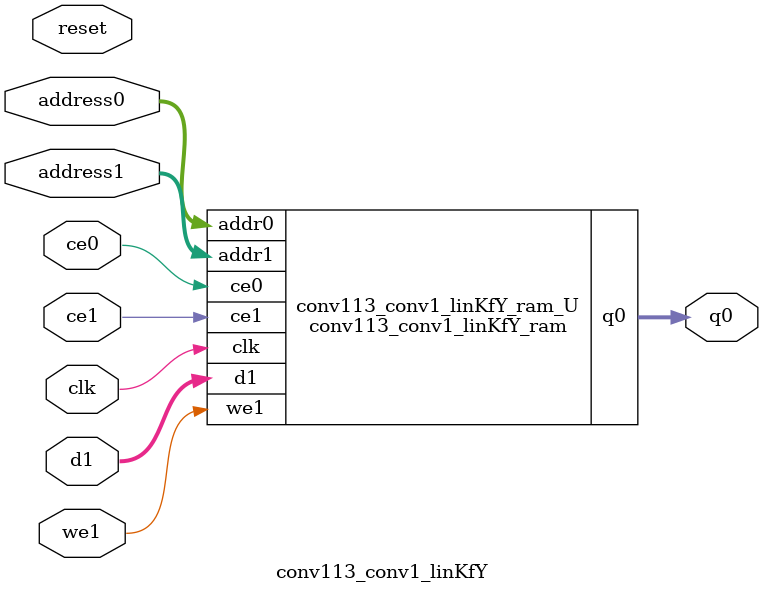
<source format=v>
`timescale 1 ns / 1 ps
module conv113_conv1_linKfY_ram (addr0, ce0, q0, addr1, ce1, d1, we1,  clk);

parameter DWIDTH = 8;
parameter AWIDTH = 9;
parameter MEM_SIZE = 322;

input[AWIDTH-1:0] addr0;
input ce0;
output reg[DWIDTH-1:0] q0;
input[AWIDTH-1:0] addr1;
input ce1;
input[DWIDTH-1:0] d1;
input we1;
input clk;

(* ram_style = "block" *)reg [DWIDTH-1:0] ram[0:MEM_SIZE-1];




always @(posedge clk)  
begin 
    if (ce0) begin
        q0 <= ram[addr0];
    end
end


always @(posedge clk)  
begin 
    if (ce1) begin
        if (we1) 
            ram[addr1] <= d1; 
    end
end


endmodule

`timescale 1 ns / 1 ps
module conv113_conv1_linKfY(
    reset,
    clk,
    address0,
    ce0,
    q0,
    address1,
    ce1,
    we1,
    d1);

parameter DataWidth = 32'd8;
parameter AddressRange = 32'd322;
parameter AddressWidth = 32'd9;
input reset;
input clk;
input[AddressWidth - 1:0] address0;
input ce0;
output[DataWidth - 1:0] q0;
input[AddressWidth - 1:0] address1;
input ce1;
input we1;
input[DataWidth - 1:0] d1;



conv113_conv1_linKfY_ram conv113_conv1_linKfY_ram_U(
    .clk( clk ),
    .addr0( address0 ),
    .ce0( ce0 ),
    .q0( q0 ),
    .addr1( address1 ),
    .ce1( ce1 ),
    .we1( we1 ),
    .d1( d1 ));

endmodule


</source>
